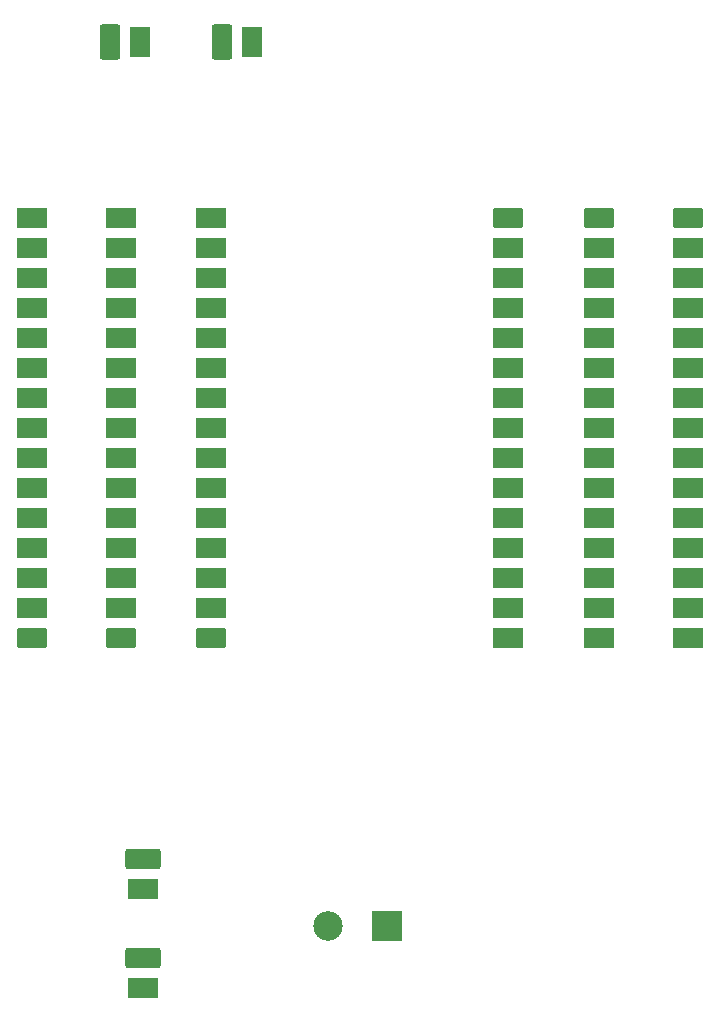
<source format=gbr>
%TF.GenerationSoftware,KiCad,Pcbnew,6.0.7+dfsg-1+b1*%
%TF.CreationDate,2022-09-30T15:10:00-05:00*%
%TF.ProjectId,esp32,65737033-322e-46b6-9963-61645f706362,rev?*%
%TF.SameCoordinates,Original*%
%TF.FileFunction,Copper,L2,Bot*%
%TF.FilePolarity,Positive*%
%FSLAX46Y46*%
G04 Gerber Fmt 4.6, Leading zero omitted, Abs format (unit mm)*
G04 Created by KiCad (PCBNEW 6.0.7+dfsg-1+b1) date 2022-09-30 15:10:00*
%MOMM*%
%LPD*%
G01*
G04 APERTURE LIST*
G04 Aperture macros list*
%AMRoundRect*
0 Rectangle with rounded corners*
0 $1 Rounding radius*
0 $2 $3 $4 $5 $6 $7 $8 $9 X,Y pos of 4 corners*
0 Add a 4 corners polygon primitive as box body*
4,1,4,$2,$3,$4,$5,$6,$7,$8,$9,$2,$3,0*
0 Add four circle primitives for the rounded corners*
1,1,$1+$1,$2,$3*
1,1,$1+$1,$4,$5*
1,1,$1+$1,$6,$7*
1,1,$1+$1,$8,$9*
0 Add four rect primitives between the rounded corners*
20,1,$1+$1,$2,$3,$4,$5,0*
20,1,$1+$1,$4,$5,$6,$7,0*
20,1,$1+$1,$6,$7,$8,$9,0*
20,1,$1+$1,$8,$9,$2,$3,0*%
G04 Aperture macros list end*
%TA.AperFunction,ComponentPad*%
%ADD10RoundRect,0.250000X1.020000X-0.620000X1.020000X0.620000X-1.020000X0.620000X-1.020000X-0.620000X0*%
%TD*%
%TA.AperFunction,ComponentPad*%
%ADD11R,2.540000X1.740000*%
%TD*%
%TA.AperFunction,ComponentPad*%
%ADD12RoundRect,0.250000X-0.620000X-1.250000X0.620000X-1.250000X0.620000X1.250000X-0.620000X1.250000X0*%
%TD*%
%TA.AperFunction,ComponentPad*%
%ADD13R,1.740000X2.540000*%
%TD*%
%TA.AperFunction,ComponentPad*%
%ADD14RoundRect,0.250000X-1.020000X0.620000X-1.020000X-0.620000X1.020000X-0.620000X1.020000X0.620000X0*%
%TD*%
%TA.AperFunction,ComponentPad*%
%ADD15R,2.500000X2.500000*%
%TD*%
%TA.AperFunction,ComponentPad*%
%ADD16C,2.500000*%
%TD*%
%TA.AperFunction,ComponentPad*%
%ADD17RoundRect,0.250000X-1.250000X0.620000X-1.250000X-0.620000X1.250000X-0.620000X1.250000X0.620000X0*%
%TD*%
G04 APERTURE END LIST*
D10*
%TO.P,J6der1,1,Pin_1*%
%TO.N,3V3*%
X119937500Y-119590000D03*
D11*
%TO.P,J6der1,2,Pin_2*%
%TO.N,GND2*%
X119937500Y-117050000D03*
%TO.P,J6der1,3,Pin_3*%
%TO.N,D15*%
X119937500Y-114510000D03*
%TO.P,J6der1,4,Pin_4*%
%TO.N,D2*%
X119937500Y-111970000D03*
%TO.P,J6der1,5,Pin_5*%
%TO.N,D4*%
X119937500Y-109430000D03*
%TO.P,J6der1,6,Pin_6*%
%TO.N,RX2*%
X119937500Y-106890000D03*
%TO.P,J6der1,7,Pin_7*%
%TO.N,TX2*%
X119937500Y-104350000D03*
%TO.P,J6der1,8,Pin_8*%
%TO.N,D5*%
X119937500Y-101810000D03*
%TO.P,J6der1,9,Pin_9*%
%TO.N,D18*%
X119937500Y-99270000D03*
%TO.P,J6der1,10,Pin_10*%
%TO.N,D19*%
X119937500Y-96730000D03*
%TO.P,J6der1,11,Pin_11*%
%TO.N,D21*%
X119937500Y-94190000D03*
%TO.P,J6der1,12,Pin_12*%
%TO.N,RX0*%
X119937500Y-91650000D03*
%TO.P,J6der1,13,Pin_13*%
%TO.N,TX0*%
X119937500Y-89110000D03*
%TO.P,J6der1,14,Pin_14*%
%TO.N,D22*%
X119937500Y-86570000D03*
%TO.P,J6der1,15,Pin_15*%
%TO.N,D23*%
X119937500Y-84030000D03*
%TD*%
D12*
%TO.P,J1,1,Pin_1*%
%TO.N,D22*%
X128460000Y-69140000D03*
D13*
%TO.P,J1,2,Pin_2*%
%TO.N,D21*%
X131000000Y-69140000D03*
%TD*%
D12*
%TO.P,J7,1,Pin_1*%
%TO.N,D22*%
X119030000Y-69140000D03*
D13*
%TO.P,J7,2,Pin_2*%
%TO.N,D21*%
X121570000Y-69140000D03*
%TD*%
D14*
%TO.P,J4,1,Pin_1*%
%TO.N,EN*%
X160437500Y-84020000D03*
D11*
%TO.P,J4,2,Pin_2*%
%TO.N,VP*%
X160437500Y-86560000D03*
%TO.P,J4,3,Pin_3*%
%TO.N,VN*%
X160437500Y-89100000D03*
%TO.P,J4,4,Pin_4*%
%TO.N,D34*%
X160437500Y-91640000D03*
%TO.P,J4,5,Pin_5*%
%TO.N,D35*%
X160437500Y-94180000D03*
%TO.P,J4,6,Pin_6*%
%TO.N,D32*%
X160437500Y-96720000D03*
%TO.P,J4,7,Pin_7*%
%TO.N,D33*%
X160437500Y-99260000D03*
%TO.P,J4,8,Pin_8*%
%TO.N,D25*%
X160437500Y-101800000D03*
%TO.P,J4,9,Pin_9*%
%TO.N,D26*%
X160437500Y-104340000D03*
%TO.P,J4,10,Pin_10*%
%TO.N,D27*%
X160437500Y-106880000D03*
%TO.P,J4,11,Pin_11*%
%TO.N,D14*%
X160437500Y-109420000D03*
%TO.P,J4,12,Pin_12*%
%TO.N,D12*%
X160437500Y-111960000D03*
%TO.P,J4,13,Pin_13*%
%TO.N,D13*%
X160437500Y-114500000D03*
%TO.P,J4,14,Pin_14*%
%TO.N,GND*%
X160437500Y-117040000D03*
%TO.P,J4,15,Pin_15*%
%TO.N,VIN*%
X160437500Y-119580000D03*
%TD*%
D10*
%TO.P,J7der1,1,Pin_1*%
%TO.N,3V3*%
X112415000Y-119570000D03*
D11*
%TO.P,J7der1,2,Pin_2*%
%TO.N,GND2*%
X112415000Y-117030000D03*
%TO.P,J7der1,3,Pin_3*%
%TO.N,D15*%
X112415000Y-114490000D03*
%TO.P,J7der1,4,Pin_4*%
%TO.N,D2*%
X112415000Y-111950000D03*
%TO.P,J7der1,5,Pin_5*%
%TO.N,D4*%
X112415000Y-109410000D03*
%TO.P,J7der1,6,Pin_6*%
%TO.N,RX2*%
X112415000Y-106870000D03*
%TO.P,J7der1,7,Pin_7*%
%TO.N,TX2*%
X112415000Y-104330000D03*
%TO.P,J7der1,8,Pin_8*%
%TO.N,D5*%
X112415000Y-101790000D03*
%TO.P,J7der1,9,Pin_9*%
%TO.N,D18*%
X112415000Y-99250000D03*
%TO.P,J7der1,10,Pin_10*%
%TO.N,D19*%
X112415000Y-96710000D03*
%TO.P,J7der1,11,Pin_11*%
%TO.N,D21*%
X112415000Y-94170000D03*
%TO.P,J7der1,12,Pin_12*%
%TO.N,RX0*%
X112415000Y-91630000D03*
%TO.P,J7der1,13,Pin_13*%
%TO.N,TX0*%
X112415000Y-89090000D03*
%TO.P,J7der1,14,Pin_14*%
%TO.N,D22*%
X112415000Y-86550000D03*
%TO.P,J7der1,15,Pin_15*%
%TO.N,D23*%
X112415000Y-84010000D03*
%TD*%
D15*
%TO.P,J3,1,Pin_1*%
%TO.N,GND*%
X142500000Y-144000000D03*
D16*
%TO.P,J3,2,Pin_2*%
%TO.N,VIN*%
X137500000Y-144000000D03*
%TD*%
D17*
%TO.P,J6,1,Pin_1*%
%TO.N,GND*%
X121842500Y-146730000D03*
D11*
%TO.P,J6,2,Pin_2*%
%TO.N,VIN*%
X121842500Y-149270000D03*
%TD*%
D10*
%TO.P,J8der1,1,Pin_1*%
%TO.N,3V3*%
X127600000Y-119570000D03*
D11*
%TO.P,J8der1,2,Pin_2*%
%TO.N,GND2*%
X127600000Y-117030000D03*
%TO.P,J8der1,3,Pin_3*%
%TO.N,D15*%
X127600000Y-114490000D03*
%TO.P,J8der1,4,Pin_4*%
%TO.N,D2*%
X127600000Y-111950000D03*
%TO.P,J8der1,5,Pin_5*%
%TO.N,D4*%
X127600000Y-109410000D03*
%TO.P,J8der1,6,Pin_6*%
%TO.N,RX2*%
X127600000Y-106870000D03*
%TO.P,J8der1,7,Pin_7*%
%TO.N,TX2*%
X127600000Y-104330000D03*
%TO.P,J8der1,8,Pin_8*%
%TO.N,D5*%
X127600000Y-101790000D03*
%TO.P,J8der1,9,Pin_9*%
%TO.N,D18*%
X127600000Y-99250000D03*
%TO.P,J8der1,10,Pin_10*%
%TO.N,D19*%
X127600000Y-96710000D03*
%TO.P,J8der1,11,Pin_11*%
%TO.N,D21*%
X127600000Y-94170000D03*
%TO.P,J8der1,12,Pin_12*%
%TO.N,RX0*%
X127600000Y-91630000D03*
%TO.P,J8der1,13,Pin_13*%
%TO.N,TX0*%
X127600000Y-89090000D03*
%TO.P,J8der1,14,Pin_14*%
%TO.N,D22*%
X127600000Y-86550000D03*
%TO.P,J8der1,15,Pin_15*%
%TO.N,D23*%
X127600000Y-84010000D03*
%TD*%
D17*
%TO.P,J8,1,Pin_1*%
%TO.N,GND*%
X121842500Y-138330000D03*
D11*
%TO.P,J8,2,Pin_2*%
%TO.N,VIN*%
X121842500Y-140870000D03*
%TD*%
D14*
%TO.P,J5,1,Pin_1*%
%TO.N,EN*%
X152687500Y-84020000D03*
D11*
%TO.P,J5,2,Pin_2*%
%TO.N,VP*%
X152687500Y-86560000D03*
%TO.P,J5,3,Pin_3*%
%TO.N,VN*%
X152687500Y-89100000D03*
%TO.P,J5,4,Pin_4*%
%TO.N,D34*%
X152687500Y-91640000D03*
%TO.P,J5,5,Pin_5*%
%TO.N,D35*%
X152687500Y-94180000D03*
%TO.P,J5,6,Pin_6*%
%TO.N,D32*%
X152687500Y-96720000D03*
%TO.P,J5,7,Pin_7*%
%TO.N,D33*%
X152687500Y-99260000D03*
%TO.P,J5,8,Pin_8*%
%TO.N,D25*%
X152687500Y-101800000D03*
%TO.P,J5,9,Pin_9*%
%TO.N,D26*%
X152687500Y-104340000D03*
%TO.P,J5,10,Pin_10*%
%TO.N,D27*%
X152687500Y-106880000D03*
%TO.P,J5,11,Pin_11*%
%TO.N,D14*%
X152687500Y-109420000D03*
%TO.P,J5,12,Pin_12*%
%TO.N,D12*%
X152687500Y-111960000D03*
%TO.P,J5,13,Pin_13*%
%TO.N,D13*%
X152687500Y-114500000D03*
%TO.P,J5,14,Pin_14*%
%TO.N,GND*%
X152687500Y-117040000D03*
%TO.P,J5,15,Pin_15*%
%TO.N,VIN*%
X152687500Y-119580000D03*
%TD*%
D14*
%TO.P,J2,1,Pin_1*%
%TO.N,EN*%
X167915000Y-84020000D03*
D11*
%TO.P,J2,2,Pin_2*%
%TO.N,VP*%
X167915000Y-86560000D03*
%TO.P,J2,3,Pin_3*%
%TO.N,VN*%
X167915000Y-89100000D03*
%TO.P,J2,4,Pin_4*%
%TO.N,D34*%
X167915000Y-91640000D03*
%TO.P,J2,5,Pin_5*%
%TO.N,D35*%
X167915000Y-94180000D03*
%TO.P,J2,6,Pin_6*%
%TO.N,D32*%
X167915000Y-96720000D03*
%TO.P,J2,7,Pin_7*%
%TO.N,D33*%
X167915000Y-99260000D03*
%TO.P,J2,8,Pin_8*%
%TO.N,D25*%
X167915000Y-101800000D03*
%TO.P,J2,9,Pin_9*%
%TO.N,D26*%
X167915000Y-104340000D03*
%TO.P,J2,10,Pin_10*%
%TO.N,D27*%
X167915000Y-106880000D03*
%TO.P,J2,11,Pin_11*%
%TO.N,D14*%
X167915000Y-109420000D03*
%TO.P,J2,12,Pin_12*%
%TO.N,D12*%
X167915000Y-111960000D03*
%TO.P,J2,13,Pin_13*%
%TO.N,D13*%
X167915000Y-114500000D03*
%TO.P,J2,14,Pin_14*%
%TO.N,GND*%
X167915000Y-117040000D03*
%TO.P,J2,15,Pin_15*%
%TO.N,VIN*%
X167915000Y-119580000D03*
%TD*%
M02*

</source>
